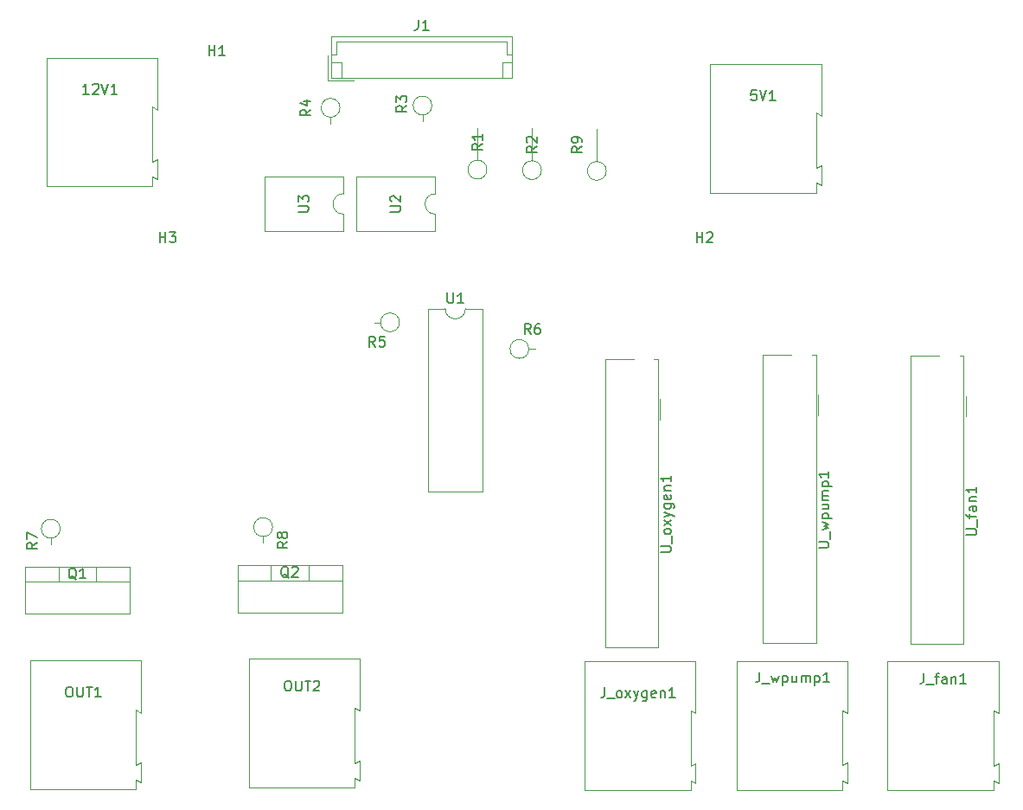
<source format=gbr>
%TF.GenerationSoftware,KiCad,Pcbnew,6.0.11+dfsg-1*%
%TF.CreationDate,2023-03-13T21:47:27-05:00*%
%TF.ProjectId,power_control,706f7765-725f-4636-9f6e-74726f6c2e6b,rev?*%
%TF.SameCoordinates,Original*%
%TF.FileFunction,Legend,Top*%
%TF.FilePolarity,Positive*%
%FSLAX46Y46*%
G04 Gerber Fmt 4.6, Leading zero omitted, Abs format (unit mm)*
G04 Created by KiCad (PCBNEW 6.0.11+dfsg-1) date 2023-03-13 21:47:27*
%MOMM*%
%LPD*%
G01*
G04 APERTURE LIST*
%ADD10C,0.150000*%
%ADD11C,0.120000*%
G04 APERTURE END LIST*
D10*
%TO.C,U_fan1*%
X199235380Y-89799333D02*
X200044904Y-89799333D01*
X200140142Y-89751714D01*
X200187761Y-89704095D01*
X200235380Y-89608857D01*
X200235380Y-89418380D01*
X200187761Y-89323142D01*
X200140142Y-89275523D01*
X200044904Y-89227904D01*
X199235380Y-89227904D01*
X200330619Y-88989809D02*
X200330619Y-88227904D01*
X199568714Y-88132666D02*
X199568714Y-87751714D01*
X200235380Y-87989809D02*
X199378238Y-87989809D01*
X199283000Y-87942190D01*
X199235380Y-87846952D01*
X199235380Y-87751714D01*
X200235380Y-86989809D02*
X199711571Y-86989809D01*
X199616333Y-87037428D01*
X199568714Y-87132666D01*
X199568714Y-87323142D01*
X199616333Y-87418380D01*
X200187761Y-86989809D02*
X200235380Y-87085047D01*
X200235380Y-87323142D01*
X200187761Y-87418380D01*
X200092523Y-87466000D01*
X199997285Y-87466000D01*
X199902047Y-87418380D01*
X199854428Y-87323142D01*
X199854428Y-87085047D01*
X199806809Y-86989809D01*
X199568714Y-86513619D02*
X200235380Y-86513619D01*
X199663952Y-86513619D02*
X199616333Y-86466000D01*
X199568714Y-86370761D01*
X199568714Y-86227904D01*
X199616333Y-86132666D01*
X199711571Y-86085047D01*
X200235380Y-86085047D01*
X200235380Y-85085047D02*
X200235380Y-85656476D01*
X200235380Y-85370761D02*
X199235380Y-85370761D01*
X199378238Y-85466000D01*
X199473476Y-85561238D01*
X199521095Y-85656476D01*
%TO.C,R9*%
X161600380Y-51805666D02*
X161124190Y-52139000D01*
X161600380Y-52377095D02*
X160600380Y-52377095D01*
X160600380Y-51996142D01*
X160648000Y-51900904D01*
X160695619Y-51853285D01*
X160790857Y-51805666D01*
X160933714Y-51805666D01*
X161028952Y-51853285D01*
X161076571Y-51900904D01*
X161124190Y-51996142D01*
X161124190Y-52377095D01*
X161600380Y-51329476D02*
X161600380Y-51139000D01*
X161552761Y-51043761D01*
X161505142Y-50996142D01*
X161362285Y-50900904D01*
X161171809Y-50853285D01*
X160790857Y-50853285D01*
X160695619Y-50900904D01*
X160648000Y-50948523D01*
X160600380Y-51043761D01*
X160600380Y-51234238D01*
X160648000Y-51329476D01*
X160695619Y-51377095D01*
X160790857Y-51424714D01*
X161028952Y-51424714D01*
X161124190Y-51377095D01*
X161171809Y-51329476D01*
X161219428Y-51234238D01*
X161219428Y-51043761D01*
X161171809Y-50948523D01*
X161124190Y-50900904D01*
X161028952Y-50853285D01*
%TO.C,J_fan1*%
X195072238Y-103338380D02*
X195072238Y-104052666D01*
X195024619Y-104195523D01*
X194929380Y-104290761D01*
X194786523Y-104338380D01*
X194691285Y-104338380D01*
X195310333Y-104433619D02*
X196072238Y-104433619D01*
X196167476Y-103671714D02*
X196548428Y-103671714D01*
X196310333Y-104338380D02*
X196310333Y-103481238D01*
X196357952Y-103386000D01*
X196453190Y-103338380D01*
X196548428Y-103338380D01*
X197310333Y-104338380D02*
X197310333Y-103814571D01*
X197262714Y-103719333D01*
X197167476Y-103671714D01*
X196977000Y-103671714D01*
X196881761Y-103719333D01*
X197310333Y-104290761D02*
X197215095Y-104338380D01*
X196977000Y-104338380D01*
X196881761Y-104290761D01*
X196834142Y-104195523D01*
X196834142Y-104100285D01*
X196881761Y-104005047D01*
X196977000Y-103957428D01*
X197215095Y-103957428D01*
X197310333Y-103909809D01*
X197786523Y-103671714D02*
X197786523Y-104338380D01*
X197786523Y-103766952D02*
X197834142Y-103719333D01*
X197929380Y-103671714D01*
X198072238Y-103671714D01*
X198167476Y-103719333D01*
X198215095Y-103814571D01*
X198215095Y-104338380D01*
X199215095Y-104338380D02*
X198643666Y-104338380D01*
X198929380Y-104338380D02*
X198929380Y-103338380D01*
X198834142Y-103481238D01*
X198738904Y-103576476D01*
X198643666Y-103624095D01*
%TO.C,J1*%
X145589666Y-39405380D02*
X145589666Y-40119666D01*
X145542047Y-40262523D01*
X145446809Y-40357761D01*
X145303952Y-40405380D01*
X145208714Y-40405380D01*
X146589666Y-40405380D02*
X146018238Y-40405380D01*
X146303952Y-40405380D02*
X146303952Y-39405380D01*
X146208714Y-39548238D01*
X146113476Y-39643476D01*
X146018238Y-39691095D01*
%TO.C,Q1*%
X112104761Y-94147619D02*
X112009523Y-94100000D01*
X111914285Y-94004761D01*
X111771428Y-93861904D01*
X111676190Y-93814285D01*
X111580952Y-93814285D01*
X111628571Y-94052380D02*
X111533333Y-94004761D01*
X111438095Y-93909523D01*
X111390476Y-93719047D01*
X111390476Y-93385714D01*
X111438095Y-93195238D01*
X111533333Y-93100000D01*
X111628571Y-93052380D01*
X111819047Y-93052380D01*
X111914285Y-93100000D01*
X112009523Y-93195238D01*
X112057142Y-93385714D01*
X112057142Y-93719047D01*
X112009523Y-93909523D01*
X111914285Y-94004761D01*
X111819047Y-94052380D01*
X111628571Y-94052380D01*
X113009523Y-94052380D02*
X112438095Y-94052380D01*
X112723809Y-94052380D02*
X112723809Y-93052380D01*
X112628571Y-93195238D01*
X112533333Y-93290476D01*
X112438095Y-93338095D01*
%TO.C,U2*%
X142852380Y-58161904D02*
X143661904Y-58161904D01*
X143757142Y-58114285D01*
X143804761Y-58066666D01*
X143852380Y-57971428D01*
X143852380Y-57780952D01*
X143804761Y-57685714D01*
X143757142Y-57638095D01*
X143661904Y-57590476D01*
X142852380Y-57590476D01*
X142947619Y-57161904D02*
X142900000Y-57114285D01*
X142852380Y-57019047D01*
X142852380Y-56780952D01*
X142900000Y-56685714D01*
X142947619Y-56638095D01*
X143042857Y-56590476D01*
X143138095Y-56590476D01*
X143280952Y-56638095D01*
X143852380Y-57209523D01*
X143852380Y-56590476D01*
%TO.C,J_wpump1*%
X178983095Y-103211380D02*
X178983095Y-103925666D01*
X178935476Y-104068523D01*
X178840238Y-104163761D01*
X178697380Y-104211380D01*
X178602142Y-104211380D01*
X179221190Y-104306619D02*
X179983095Y-104306619D01*
X180125952Y-103544714D02*
X180316428Y-104211380D01*
X180506904Y-103735190D01*
X180697380Y-104211380D01*
X180887857Y-103544714D01*
X181268809Y-103544714D02*
X181268809Y-104544714D01*
X181268809Y-103592333D02*
X181364047Y-103544714D01*
X181554523Y-103544714D01*
X181649761Y-103592333D01*
X181697380Y-103639952D01*
X181745000Y-103735190D01*
X181745000Y-104020904D01*
X181697380Y-104116142D01*
X181649761Y-104163761D01*
X181554523Y-104211380D01*
X181364047Y-104211380D01*
X181268809Y-104163761D01*
X182602142Y-103544714D02*
X182602142Y-104211380D01*
X182173571Y-103544714D02*
X182173571Y-104068523D01*
X182221190Y-104163761D01*
X182316428Y-104211380D01*
X182459285Y-104211380D01*
X182554523Y-104163761D01*
X182602142Y-104116142D01*
X183078333Y-104211380D02*
X183078333Y-103544714D01*
X183078333Y-103639952D02*
X183125952Y-103592333D01*
X183221190Y-103544714D01*
X183364047Y-103544714D01*
X183459285Y-103592333D01*
X183506904Y-103687571D01*
X183506904Y-104211380D01*
X183506904Y-103687571D02*
X183554523Y-103592333D01*
X183649761Y-103544714D01*
X183792619Y-103544714D01*
X183887857Y-103592333D01*
X183935476Y-103687571D01*
X183935476Y-104211380D01*
X184411666Y-103544714D02*
X184411666Y-104544714D01*
X184411666Y-103592333D02*
X184506904Y-103544714D01*
X184697380Y-103544714D01*
X184792619Y-103592333D01*
X184840238Y-103639952D01*
X184887857Y-103735190D01*
X184887857Y-104020904D01*
X184840238Y-104116142D01*
X184792619Y-104163761D01*
X184697380Y-104211380D01*
X184506904Y-104211380D01*
X184411666Y-104163761D01*
X185840238Y-104211380D02*
X185268809Y-104211380D01*
X185554523Y-104211380D02*
X185554523Y-103211380D01*
X185459285Y-103354238D01*
X185364047Y-103449476D01*
X185268809Y-103497095D01*
%TO.C,R2*%
X157170380Y-51768666D02*
X156694190Y-52102000D01*
X157170380Y-52340095D02*
X156170380Y-52340095D01*
X156170380Y-51959142D01*
X156218000Y-51863904D01*
X156265619Y-51816285D01*
X156360857Y-51768666D01*
X156503714Y-51768666D01*
X156598952Y-51816285D01*
X156646571Y-51863904D01*
X156694190Y-51959142D01*
X156694190Y-52340095D01*
X156265619Y-51387714D02*
X156218000Y-51340095D01*
X156170380Y-51244857D01*
X156170380Y-51006761D01*
X156218000Y-50911523D01*
X156265619Y-50863904D01*
X156360857Y-50816285D01*
X156456095Y-50816285D01*
X156598952Y-50863904D01*
X157170380Y-51435333D01*
X157170380Y-50816285D01*
%TO.C,H2*%
X172847095Y-61168380D02*
X172847095Y-60168380D01*
X172847095Y-60644571D02*
X173418523Y-60644571D01*
X173418523Y-61168380D02*
X173418523Y-60168380D01*
X173847095Y-60263619D02*
X173894714Y-60216000D01*
X173989952Y-60168380D01*
X174228047Y-60168380D01*
X174323285Y-60216000D01*
X174370904Y-60263619D01*
X174418523Y-60358857D01*
X174418523Y-60454095D01*
X174370904Y-60596952D01*
X173799476Y-61168380D01*
X174418523Y-61168380D01*
%TO.C,U3*%
X133852380Y-58161904D02*
X134661904Y-58161904D01*
X134757142Y-58114285D01*
X134804761Y-58066666D01*
X134852380Y-57971428D01*
X134852380Y-57780952D01*
X134804761Y-57685714D01*
X134757142Y-57638095D01*
X134661904Y-57590476D01*
X133852380Y-57590476D01*
X133852380Y-57209523D02*
X133852380Y-56590476D01*
X134233333Y-56923809D01*
X134233333Y-56780952D01*
X134280952Y-56685714D01*
X134328571Y-56638095D01*
X134423809Y-56590476D01*
X134661904Y-56590476D01*
X134757142Y-56638095D01*
X134804761Y-56685714D01*
X134852380Y-56780952D01*
X134852380Y-57066666D01*
X134804761Y-57161904D01*
X134757142Y-57209523D01*
%TO.C,R3*%
X144452380Y-47786666D02*
X143976190Y-48120000D01*
X144452380Y-48358095D02*
X143452380Y-48358095D01*
X143452380Y-47977142D01*
X143500000Y-47881904D01*
X143547619Y-47834285D01*
X143642857Y-47786666D01*
X143785714Y-47786666D01*
X143880952Y-47834285D01*
X143928571Y-47881904D01*
X143976190Y-47977142D01*
X143976190Y-48358095D01*
X143452380Y-47453333D02*
X143452380Y-46834285D01*
X143833333Y-47167619D01*
X143833333Y-47024761D01*
X143880952Y-46929523D01*
X143928571Y-46881904D01*
X144023809Y-46834285D01*
X144261904Y-46834285D01*
X144357142Y-46881904D01*
X144404761Y-46929523D01*
X144452380Y-47024761D01*
X144452380Y-47310476D01*
X144404761Y-47405714D01*
X144357142Y-47453333D01*
%TO.C,U_wpump1*%
X184786380Y-91029476D02*
X185595904Y-91029476D01*
X185691142Y-90981857D01*
X185738761Y-90934238D01*
X185786380Y-90839000D01*
X185786380Y-90648523D01*
X185738761Y-90553285D01*
X185691142Y-90505666D01*
X185595904Y-90458047D01*
X184786380Y-90458047D01*
X185881619Y-90219952D02*
X185881619Y-89458047D01*
X185119714Y-89315190D02*
X185786380Y-89124714D01*
X185310190Y-88934238D01*
X185786380Y-88743761D01*
X185119714Y-88553285D01*
X185119714Y-88172333D02*
X186119714Y-88172333D01*
X185167333Y-88172333D02*
X185119714Y-88077095D01*
X185119714Y-87886619D01*
X185167333Y-87791380D01*
X185214952Y-87743761D01*
X185310190Y-87696142D01*
X185595904Y-87696142D01*
X185691142Y-87743761D01*
X185738761Y-87791380D01*
X185786380Y-87886619D01*
X185786380Y-88077095D01*
X185738761Y-88172333D01*
X185119714Y-86839000D02*
X185786380Y-86839000D01*
X185119714Y-87267571D02*
X185643523Y-87267571D01*
X185738761Y-87219952D01*
X185786380Y-87124714D01*
X185786380Y-86981857D01*
X185738761Y-86886619D01*
X185691142Y-86839000D01*
X185786380Y-86362809D02*
X185119714Y-86362809D01*
X185214952Y-86362809D02*
X185167333Y-86315190D01*
X185119714Y-86219952D01*
X185119714Y-86077095D01*
X185167333Y-85981857D01*
X185262571Y-85934238D01*
X185786380Y-85934238D01*
X185262571Y-85934238D02*
X185167333Y-85886619D01*
X185119714Y-85791380D01*
X185119714Y-85648523D01*
X185167333Y-85553285D01*
X185262571Y-85505666D01*
X185786380Y-85505666D01*
X185119714Y-85029476D02*
X186119714Y-85029476D01*
X185167333Y-85029476D02*
X185119714Y-84934238D01*
X185119714Y-84743761D01*
X185167333Y-84648523D01*
X185214952Y-84600904D01*
X185310190Y-84553285D01*
X185595904Y-84553285D01*
X185691142Y-84600904D01*
X185738761Y-84648523D01*
X185786380Y-84743761D01*
X185786380Y-84934238D01*
X185738761Y-85029476D01*
X185786380Y-83600904D02*
X185786380Y-84172333D01*
X185786380Y-83886619D02*
X184786380Y-83886619D01*
X184929238Y-83981857D01*
X185024476Y-84077095D01*
X185072095Y-84172333D01*
%TO.C,U1*%
X148448095Y-66097380D02*
X148448095Y-66906904D01*
X148495714Y-67002142D01*
X148543333Y-67049761D01*
X148638571Y-67097380D01*
X148829047Y-67097380D01*
X148924285Y-67049761D01*
X148971904Y-67002142D01*
X149019523Y-66906904D01*
X149019523Y-66097380D01*
X150019523Y-67097380D02*
X149448095Y-67097380D01*
X149733809Y-67097380D02*
X149733809Y-66097380D01*
X149638571Y-66240238D01*
X149543333Y-66335476D01*
X149448095Y-66383095D01*
%TO.C,OUT2*%
X132723809Y-104052380D02*
X132914285Y-104052380D01*
X133009523Y-104100000D01*
X133104761Y-104195238D01*
X133152380Y-104385714D01*
X133152380Y-104719047D01*
X133104761Y-104909523D01*
X133009523Y-105004761D01*
X132914285Y-105052380D01*
X132723809Y-105052380D01*
X132628571Y-105004761D01*
X132533333Y-104909523D01*
X132485714Y-104719047D01*
X132485714Y-104385714D01*
X132533333Y-104195238D01*
X132628571Y-104100000D01*
X132723809Y-104052380D01*
X133580952Y-104052380D02*
X133580952Y-104861904D01*
X133628571Y-104957142D01*
X133676190Y-105004761D01*
X133771428Y-105052380D01*
X133961904Y-105052380D01*
X134057142Y-105004761D01*
X134104761Y-104957142D01*
X134152380Y-104861904D01*
X134152380Y-104052380D01*
X134485714Y-104052380D02*
X135057142Y-104052380D01*
X134771428Y-105052380D02*
X134771428Y-104052380D01*
X135342857Y-104147619D02*
X135390476Y-104100000D01*
X135485714Y-104052380D01*
X135723809Y-104052380D01*
X135819047Y-104100000D01*
X135866666Y-104147619D01*
X135914285Y-104242857D01*
X135914285Y-104338095D01*
X135866666Y-104480952D01*
X135295238Y-105052380D01*
X135914285Y-105052380D01*
%TO.C,R6*%
X156593333Y-70132380D02*
X156260000Y-69656190D01*
X156021904Y-70132380D02*
X156021904Y-69132380D01*
X156402857Y-69132380D01*
X156498095Y-69180000D01*
X156545714Y-69227619D01*
X156593333Y-69322857D01*
X156593333Y-69465714D01*
X156545714Y-69560952D01*
X156498095Y-69608571D01*
X156402857Y-69656190D01*
X156021904Y-69656190D01*
X157450476Y-69132380D02*
X157260000Y-69132380D01*
X157164761Y-69180000D01*
X157117142Y-69227619D01*
X157021904Y-69370476D01*
X156974285Y-69560952D01*
X156974285Y-69941904D01*
X157021904Y-70037142D01*
X157069523Y-70084761D01*
X157164761Y-70132380D01*
X157355238Y-70132380D01*
X157450476Y-70084761D01*
X157498095Y-70037142D01*
X157545714Y-69941904D01*
X157545714Y-69703809D01*
X157498095Y-69608571D01*
X157450476Y-69560952D01*
X157355238Y-69513333D01*
X157164761Y-69513333D01*
X157069523Y-69560952D01*
X157021904Y-69608571D01*
X156974285Y-69703809D01*
%TO.C,Q2*%
X132904761Y-94002619D02*
X132809523Y-93955000D01*
X132714285Y-93859761D01*
X132571428Y-93716904D01*
X132476190Y-93669285D01*
X132380952Y-93669285D01*
X132428571Y-93907380D02*
X132333333Y-93859761D01*
X132238095Y-93764523D01*
X132190476Y-93574047D01*
X132190476Y-93240714D01*
X132238095Y-93050238D01*
X132333333Y-92955000D01*
X132428571Y-92907380D01*
X132619047Y-92907380D01*
X132714285Y-92955000D01*
X132809523Y-93050238D01*
X132857142Y-93240714D01*
X132857142Y-93574047D01*
X132809523Y-93764523D01*
X132714285Y-93859761D01*
X132619047Y-93907380D01*
X132428571Y-93907380D01*
X133238095Y-93002619D02*
X133285714Y-92955000D01*
X133380952Y-92907380D01*
X133619047Y-92907380D01*
X133714285Y-92955000D01*
X133761904Y-93002619D01*
X133809523Y-93097857D01*
X133809523Y-93193095D01*
X133761904Y-93335952D01*
X133190476Y-93907380D01*
X133809523Y-93907380D01*
%TO.C,R1*%
X151836380Y-51528666D02*
X151360190Y-51862000D01*
X151836380Y-52100095D02*
X150836380Y-52100095D01*
X150836380Y-51719142D01*
X150884000Y-51623904D01*
X150931619Y-51576285D01*
X151026857Y-51528666D01*
X151169714Y-51528666D01*
X151264952Y-51576285D01*
X151312571Y-51623904D01*
X151360190Y-51719142D01*
X151360190Y-52100095D01*
X151836380Y-50576285D02*
X151836380Y-51147714D01*
X151836380Y-50862000D02*
X150836380Y-50862000D01*
X150979238Y-50957238D01*
X151074476Y-51052476D01*
X151122095Y-51147714D01*
%TO.C,H1*%
X125095095Y-42880380D02*
X125095095Y-41880380D01*
X125095095Y-42356571D02*
X125666523Y-42356571D01*
X125666523Y-42880380D02*
X125666523Y-41880380D01*
X126666523Y-42880380D02*
X126095095Y-42880380D01*
X126380809Y-42880380D02*
X126380809Y-41880380D01*
X126285571Y-42023238D01*
X126190333Y-42118476D01*
X126095095Y-42166095D01*
%TO.C,R7*%
X108252380Y-90566666D02*
X107776190Y-90900000D01*
X108252380Y-91138095D02*
X107252380Y-91138095D01*
X107252380Y-90757142D01*
X107300000Y-90661904D01*
X107347619Y-90614285D01*
X107442857Y-90566666D01*
X107585714Y-90566666D01*
X107680952Y-90614285D01*
X107728571Y-90661904D01*
X107776190Y-90757142D01*
X107776190Y-91138095D01*
X107252380Y-90233333D02*
X107252380Y-89566666D01*
X108252380Y-89995238D01*
%TO.C,H3*%
X120269095Y-61168380D02*
X120269095Y-60168380D01*
X120269095Y-60644571D02*
X120840523Y-60644571D01*
X120840523Y-61168380D02*
X120840523Y-60168380D01*
X121221476Y-60168380D02*
X121840523Y-60168380D01*
X121507190Y-60549333D01*
X121650047Y-60549333D01*
X121745285Y-60596952D01*
X121792904Y-60644571D01*
X121840523Y-60739809D01*
X121840523Y-60977904D01*
X121792904Y-61073142D01*
X121745285Y-61120761D01*
X121650047Y-61168380D01*
X121364333Y-61168380D01*
X121269095Y-61120761D01*
X121221476Y-61073142D01*
%TO.C,5V1*%
X178683333Y-46282380D02*
X178207142Y-46282380D01*
X178159523Y-46758571D01*
X178207142Y-46710952D01*
X178302380Y-46663333D01*
X178540476Y-46663333D01*
X178635714Y-46710952D01*
X178683333Y-46758571D01*
X178730952Y-46853809D01*
X178730952Y-47091904D01*
X178683333Y-47187142D01*
X178635714Y-47234761D01*
X178540476Y-47282380D01*
X178302380Y-47282380D01*
X178207142Y-47234761D01*
X178159523Y-47187142D01*
X179016666Y-46282380D02*
X179350000Y-47282380D01*
X179683333Y-46282380D01*
X180540476Y-47282380D02*
X179969047Y-47282380D01*
X180254761Y-47282380D02*
X180254761Y-46282380D01*
X180159523Y-46425238D01*
X180064285Y-46520476D01*
X179969047Y-46568095D01*
%TO.C,R5*%
X141383333Y-71372380D02*
X141050000Y-70896190D01*
X140811904Y-71372380D02*
X140811904Y-70372380D01*
X141192857Y-70372380D01*
X141288095Y-70420000D01*
X141335714Y-70467619D01*
X141383333Y-70562857D01*
X141383333Y-70705714D01*
X141335714Y-70800952D01*
X141288095Y-70848571D01*
X141192857Y-70896190D01*
X140811904Y-70896190D01*
X142288095Y-70372380D02*
X141811904Y-70372380D01*
X141764285Y-70848571D01*
X141811904Y-70800952D01*
X141907142Y-70753333D01*
X142145238Y-70753333D01*
X142240476Y-70800952D01*
X142288095Y-70848571D01*
X142335714Y-70943809D01*
X142335714Y-71181904D01*
X142288095Y-71277142D01*
X142240476Y-71324761D01*
X142145238Y-71372380D01*
X141907142Y-71372380D01*
X141811904Y-71324761D01*
X141764285Y-71277142D01*
%TO.C,12V1*%
X113339761Y-46652380D02*
X112768333Y-46652380D01*
X113054047Y-46652380D02*
X113054047Y-45652380D01*
X112958809Y-45795238D01*
X112863571Y-45890476D01*
X112768333Y-45938095D01*
X113720714Y-45747619D02*
X113768333Y-45700000D01*
X113863571Y-45652380D01*
X114101666Y-45652380D01*
X114196904Y-45700000D01*
X114244523Y-45747619D01*
X114292142Y-45842857D01*
X114292142Y-45938095D01*
X114244523Y-46080952D01*
X113673095Y-46652380D01*
X114292142Y-46652380D01*
X114577857Y-45652380D02*
X114911190Y-46652380D01*
X115244523Y-45652380D01*
X116101666Y-46652380D02*
X115530238Y-46652380D01*
X115815952Y-46652380D02*
X115815952Y-45652380D01*
X115720714Y-45795238D01*
X115625476Y-45890476D01*
X115530238Y-45938095D01*
%TO.C,J_oxygen1*%
X163824285Y-104710380D02*
X163824285Y-105424666D01*
X163776666Y-105567523D01*
X163681428Y-105662761D01*
X163538571Y-105710380D01*
X163443333Y-105710380D01*
X164062380Y-105805619D02*
X164824285Y-105805619D01*
X165205238Y-105710380D02*
X165110000Y-105662761D01*
X165062380Y-105615142D01*
X165014761Y-105519904D01*
X165014761Y-105234190D01*
X165062380Y-105138952D01*
X165110000Y-105091333D01*
X165205238Y-105043714D01*
X165348095Y-105043714D01*
X165443333Y-105091333D01*
X165490952Y-105138952D01*
X165538571Y-105234190D01*
X165538571Y-105519904D01*
X165490952Y-105615142D01*
X165443333Y-105662761D01*
X165348095Y-105710380D01*
X165205238Y-105710380D01*
X165871904Y-105710380D02*
X166395714Y-105043714D01*
X165871904Y-105043714D02*
X166395714Y-105710380D01*
X166681428Y-105043714D02*
X166919523Y-105710380D01*
X167157619Y-105043714D02*
X166919523Y-105710380D01*
X166824285Y-105948476D01*
X166776666Y-105996095D01*
X166681428Y-106043714D01*
X167967142Y-105043714D02*
X167967142Y-105853238D01*
X167919523Y-105948476D01*
X167871904Y-105996095D01*
X167776666Y-106043714D01*
X167633809Y-106043714D01*
X167538571Y-105996095D01*
X167967142Y-105662761D02*
X167871904Y-105710380D01*
X167681428Y-105710380D01*
X167586190Y-105662761D01*
X167538571Y-105615142D01*
X167490952Y-105519904D01*
X167490952Y-105234190D01*
X167538571Y-105138952D01*
X167586190Y-105091333D01*
X167681428Y-105043714D01*
X167871904Y-105043714D01*
X167967142Y-105091333D01*
X168824285Y-105662761D02*
X168729047Y-105710380D01*
X168538571Y-105710380D01*
X168443333Y-105662761D01*
X168395714Y-105567523D01*
X168395714Y-105186571D01*
X168443333Y-105091333D01*
X168538571Y-105043714D01*
X168729047Y-105043714D01*
X168824285Y-105091333D01*
X168871904Y-105186571D01*
X168871904Y-105281809D01*
X168395714Y-105377047D01*
X169300476Y-105043714D02*
X169300476Y-105710380D01*
X169300476Y-105138952D02*
X169348095Y-105091333D01*
X169443333Y-105043714D01*
X169586190Y-105043714D01*
X169681428Y-105091333D01*
X169729047Y-105186571D01*
X169729047Y-105710380D01*
X170729047Y-105710380D02*
X170157619Y-105710380D01*
X170443333Y-105710380D02*
X170443333Y-104710380D01*
X170348095Y-104853238D01*
X170252857Y-104948476D01*
X170157619Y-104996095D01*
%TO.C,R8*%
X132772380Y-90471666D02*
X132296190Y-90805000D01*
X132772380Y-91043095D02*
X131772380Y-91043095D01*
X131772380Y-90662142D01*
X131820000Y-90566904D01*
X131867619Y-90519285D01*
X131962857Y-90471666D01*
X132105714Y-90471666D01*
X132200952Y-90519285D01*
X132248571Y-90566904D01*
X132296190Y-90662142D01*
X132296190Y-91043095D01*
X132200952Y-89900238D02*
X132153333Y-89995476D01*
X132105714Y-90043095D01*
X132010476Y-90090714D01*
X131962857Y-90090714D01*
X131867619Y-90043095D01*
X131820000Y-89995476D01*
X131772380Y-89900238D01*
X131772380Y-89709761D01*
X131820000Y-89614523D01*
X131867619Y-89566904D01*
X131962857Y-89519285D01*
X132010476Y-89519285D01*
X132105714Y-89566904D01*
X132153333Y-89614523D01*
X132200952Y-89709761D01*
X132200952Y-89900238D01*
X132248571Y-89995476D01*
X132296190Y-90043095D01*
X132391428Y-90090714D01*
X132581904Y-90090714D01*
X132677142Y-90043095D01*
X132724761Y-89995476D01*
X132772380Y-89900238D01*
X132772380Y-89709761D01*
X132724761Y-89614523D01*
X132677142Y-89566904D01*
X132581904Y-89519285D01*
X132391428Y-89519285D01*
X132296190Y-89566904D01*
X132248571Y-89614523D01*
X132200952Y-89709761D01*
%TO.C,OUT1*%
X111323809Y-104652380D02*
X111514285Y-104652380D01*
X111609523Y-104700000D01*
X111704761Y-104795238D01*
X111752380Y-104985714D01*
X111752380Y-105319047D01*
X111704761Y-105509523D01*
X111609523Y-105604761D01*
X111514285Y-105652380D01*
X111323809Y-105652380D01*
X111228571Y-105604761D01*
X111133333Y-105509523D01*
X111085714Y-105319047D01*
X111085714Y-104985714D01*
X111133333Y-104795238D01*
X111228571Y-104700000D01*
X111323809Y-104652380D01*
X112180952Y-104652380D02*
X112180952Y-105461904D01*
X112228571Y-105557142D01*
X112276190Y-105604761D01*
X112371428Y-105652380D01*
X112561904Y-105652380D01*
X112657142Y-105604761D01*
X112704761Y-105557142D01*
X112752380Y-105461904D01*
X112752380Y-104652380D01*
X113085714Y-104652380D02*
X113657142Y-104652380D01*
X113371428Y-105652380D02*
X113371428Y-104652380D01*
X114514285Y-105652380D02*
X113942857Y-105652380D01*
X114228571Y-105652380D02*
X114228571Y-104652380D01*
X114133333Y-104795238D01*
X114038095Y-104890476D01*
X113942857Y-104938095D01*
%TO.C,U_oxygen1*%
X169319880Y-91472285D02*
X170129404Y-91472285D01*
X170224642Y-91424666D01*
X170272261Y-91377047D01*
X170319880Y-91281809D01*
X170319880Y-91091333D01*
X170272261Y-90996095D01*
X170224642Y-90948476D01*
X170129404Y-90900857D01*
X169319880Y-90900857D01*
X170415119Y-90662761D02*
X170415119Y-89900857D01*
X170319880Y-89519904D02*
X170272261Y-89615142D01*
X170224642Y-89662761D01*
X170129404Y-89710380D01*
X169843690Y-89710380D01*
X169748452Y-89662761D01*
X169700833Y-89615142D01*
X169653214Y-89519904D01*
X169653214Y-89377047D01*
X169700833Y-89281809D01*
X169748452Y-89234190D01*
X169843690Y-89186571D01*
X170129404Y-89186571D01*
X170224642Y-89234190D01*
X170272261Y-89281809D01*
X170319880Y-89377047D01*
X170319880Y-89519904D01*
X170319880Y-88853238D02*
X169653214Y-88329428D01*
X169653214Y-88853238D02*
X170319880Y-88329428D01*
X169653214Y-88043714D02*
X170319880Y-87805619D01*
X169653214Y-87567523D02*
X170319880Y-87805619D01*
X170557976Y-87900857D01*
X170605595Y-87948476D01*
X170653214Y-88043714D01*
X169653214Y-86758000D02*
X170462738Y-86758000D01*
X170557976Y-86805619D01*
X170605595Y-86853238D01*
X170653214Y-86948476D01*
X170653214Y-87091333D01*
X170605595Y-87186571D01*
X170272261Y-86758000D02*
X170319880Y-86853238D01*
X170319880Y-87043714D01*
X170272261Y-87138952D01*
X170224642Y-87186571D01*
X170129404Y-87234190D01*
X169843690Y-87234190D01*
X169748452Y-87186571D01*
X169700833Y-87138952D01*
X169653214Y-87043714D01*
X169653214Y-86853238D01*
X169700833Y-86758000D01*
X170272261Y-85900857D02*
X170319880Y-85996095D01*
X170319880Y-86186571D01*
X170272261Y-86281809D01*
X170177023Y-86329428D01*
X169796071Y-86329428D01*
X169700833Y-86281809D01*
X169653214Y-86186571D01*
X169653214Y-85996095D01*
X169700833Y-85900857D01*
X169796071Y-85853238D01*
X169891309Y-85853238D01*
X169986547Y-86329428D01*
X169653214Y-85424666D02*
X170319880Y-85424666D01*
X169748452Y-85424666D02*
X169700833Y-85377047D01*
X169653214Y-85281809D01*
X169653214Y-85138952D01*
X169700833Y-85043714D01*
X169796071Y-84996095D01*
X170319880Y-84996095D01*
X170319880Y-83996095D02*
X170319880Y-84567523D01*
X170319880Y-84281809D02*
X169319880Y-84281809D01*
X169462738Y-84377047D01*
X169557976Y-84472285D01*
X169605595Y-84567523D01*
%TO.C,R4*%
X135052380Y-48186666D02*
X134576190Y-48520000D01*
X135052380Y-48758095D02*
X134052380Y-48758095D01*
X134052380Y-48377142D01*
X134100000Y-48281904D01*
X134147619Y-48234285D01*
X134242857Y-48186666D01*
X134385714Y-48186666D01*
X134480952Y-48234285D01*
X134528571Y-48281904D01*
X134576190Y-48377142D01*
X134576190Y-48758095D01*
X134385714Y-47329523D02*
X135052380Y-47329523D01*
X134004761Y-47567619D02*
X134719047Y-47805714D01*
X134719047Y-47186666D01*
D11*
%TO.C,U_fan1*%
X198983000Y-100466000D02*
X193783000Y-100466000D01*
X199183000Y-78216000D02*
X199183000Y-76216000D01*
X198983000Y-72266000D02*
X198583000Y-72266000D01*
X193783000Y-100466000D02*
X193783000Y-72266000D01*
X198983000Y-72266000D02*
X198983000Y-100466000D01*
X193783000Y-72266000D02*
X196583000Y-72266000D01*
%TO.C,R9*%
X163068000Y-53259000D02*
X163068000Y-50099000D01*
X163988000Y-54179000D02*
G75*
G03*
X163988000Y-54179000I-920000J0D01*
G01*
%TO.C,J_fan1*%
X202383000Y-114058000D02*
X202383000Y-112158000D01*
X201883000Y-114758000D02*
X201883000Y-113808000D01*
X201883000Y-106958000D02*
X202383000Y-107258000D01*
X201883000Y-113808000D02*
X202383000Y-114058000D01*
X201883000Y-112358000D02*
X201883000Y-106958000D01*
X191533000Y-102158000D02*
X191533000Y-114758000D01*
X202383000Y-102158000D02*
X191533000Y-102158000D01*
X202383000Y-107258000D02*
X202383000Y-102158000D01*
X202383000Y-112158000D02*
X202383000Y-112108000D01*
X191533000Y-114758000D02*
X201883000Y-114758000D01*
X202383000Y-112108000D02*
X201883000Y-112358000D01*
%TO.C,J1*%
X137563000Y-41543000D02*
X154283000Y-41543000D01*
X154283000Y-41543000D02*
X154283000Y-42753000D01*
X154283000Y-42753000D02*
X154783000Y-42753000D01*
X137563000Y-42753000D02*
X137563000Y-41543000D01*
X137063000Y-45063000D02*
X154783000Y-45063000D01*
X138063000Y-43563000D02*
X138063000Y-45063000D01*
X154783000Y-41043000D02*
X137063000Y-41043000D01*
X154783000Y-43563000D02*
X153783000Y-43563000D01*
X137063000Y-41043000D02*
X137063000Y-45063000D01*
X137063000Y-43563000D02*
X138063000Y-43563000D01*
X154783000Y-45063000D02*
X154783000Y-41043000D01*
X153783000Y-43563000D02*
X153783000Y-45063000D01*
X136763000Y-45363000D02*
X139263000Y-45363000D01*
X136763000Y-42863000D02*
X136763000Y-45363000D01*
X137063000Y-42753000D02*
X137563000Y-42753000D01*
%TO.C,Q1*%
X107080000Y-94385000D02*
X117320000Y-94385000D01*
X107080000Y-92875000D02*
X117320000Y-92875000D01*
X107080000Y-97516000D02*
X117320000Y-97516000D01*
X107080000Y-92875000D02*
X107080000Y-97516000D01*
X110350000Y-92875000D02*
X110350000Y-94385000D01*
X117320000Y-92875000D02*
X117320000Y-97516000D01*
X114051000Y-92875000D02*
X114051000Y-94385000D01*
%TO.C,U2*%
X147255000Y-56410000D02*
G75*
G03*
X147255000Y-58410000I0J-1000000D01*
G01*
X147255000Y-54760000D02*
X139515000Y-54760000D01*
X147255000Y-60060000D02*
X147255000Y-58410000D01*
X147255000Y-56410000D02*
X147255000Y-54760000D01*
X139515000Y-54760000D02*
X139515000Y-60060000D01*
X139515000Y-60060000D02*
X147255000Y-60060000D01*
%TO.C,J_wpump1*%
X187111500Y-113789000D02*
X187611500Y-114039000D01*
X187611500Y-107239000D02*
X187611500Y-102139000D01*
X187611500Y-112089000D02*
X187111500Y-112339000D01*
X187111500Y-106939000D02*
X187611500Y-107239000D01*
X187611500Y-112139000D02*
X187611500Y-112089000D01*
X176761500Y-114739000D02*
X187111500Y-114739000D01*
X187111500Y-114739000D02*
X187111500Y-113789000D01*
X187111500Y-112339000D02*
X187111500Y-106939000D01*
X187611500Y-114039000D02*
X187611500Y-112139000D01*
X187611500Y-102139000D02*
X176761500Y-102139000D01*
X176761500Y-102139000D02*
X176761500Y-114739000D01*
%TO.C,R2*%
X156718000Y-53182000D02*
X156718000Y-50022000D01*
X157638000Y-54102000D02*
G75*
G03*
X157638000Y-54102000I-920000J0D01*
G01*
%TO.C,U3*%
X138255000Y-56410000D02*
G75*
G03*
X138255000Y-58410000I0J-1000000D01*
G01*
X138255000Y-56410000D02*
X138255000Y-54760000D01*
X130515000Y-60060000D02*
X138255000Y-60060000D01*
X138255000Y-60060000D02*
X138255000Y-58410000D01*
X130515000Y-54760000D02*
X130515000Y-60060000D01*
X138255000Y-54760000D02*
X130515000Y-54760000D01*
%TO.C,R3*%
X146000000Y-48700000D02*
X146000000Y-49320000D01*
X146920000Y-47780000D02*
G75*
G03*
X146920000Y-47780000I-920000J0D01*
G01*
%TO.C,U_wpump1*%
X179334000Y-100339000D02*
X179334000Y-72139000D01*
X184534000Y-72139000D02*
X184134000Y-72139000D01*
X184734000Y-78089000D02*
X184734000Y-76089000D01*
X184534000Y-100339000D02*
X179334000Y-100339000D01*
X184534000Y-72139000D02*
X184534000Y-100339000D01*
X179334000Y-72139000D02*
X182134000Y-72139000D01*
%TO.C,U1*%
X151860000Y-85545000D02*
X151860000Y-67645000D01*
X146560000Y-67645000D02*
X146560000Y-85545000D01*
X146560000Y-85545000D02*
X151860000Y-85545000D01*
X148210000Y-67645000D02*
X146560000Y-67645000D01*
X151860000Y-67645000D02*
X150210000Y-67645000D01*
X148210000Y-67645000D02*
G75*
G03*
X150210000Y-67645000I1000000J0D01*
G01*
%TO.C,OUT2*%
X139835000Y-107000000D02*
X139835000Y-101900000D01*
X139335000Y-113550000D02*
X139835000Y-113800000D01*
X139335000Y-112100000D02*
X139335000Y-106700000D01*
X139335000Y-114500000D02*
X139335000Y-113550000D01*
X139835000Y-113800000D02*
X139835000Y-111900000D01*
X128985000Y-114500000D02*
X139335000Y-114500000D01*
X128985000Y-101900000D02*
X128985000Y-114500000D01*
X139835000Y-111900000D02*
X139835000Y-111850000D01*
X139835000Y-111850000D02*
X139335000Y-112100000D01*
X139835000Y-101900000D02*
X128985000Y-101900000D01*
X139335000Y-106700000D02*
X139835000Y-107000000D01*
%TO.C,R6*%
X156410000Y-71600000D02*
X157030000Y-71600000D01*
X156410000Y-71600000D02*
G75*
G03*
X156410000Y-71600000I-920000J0D01*
G01*
%TO.C,Q2*%
X127880000Y-92730000D02*
X138120000Y-92730000D01*
X134851000Y-92730000D02*
X134851000Y-94240000D01*
X127880000Y-92730000D02*
X127880000Y-97371000D01*
X127880000Y-97371000D02*
X138120000Y-97371000D01*
X127880000Y-94240000D02*
X138120000Y-94240000D01*
X131150000Y-92730000D02*
X131150000Y-94240000D01*
X138120000Y-92730000D02*
X138120000Y-97371000D01*
%TO.C,R1*%
X151384000Y-53132000D02*
X151384000Y-49972000D01*
X152304000Y-54052000D02*
G75*
G03*
X152304000Y-54052000I-920000J0D01*
G01*
%TO.C,R7*%
X109600000Y-90100000D02*
X109600000Y-90720000D01*
X110520000Y-89180000D02*
G75*
G03*
X110520000Y-89180000I-920000J0D01*
G01*
%TO.C,5V1*%
X185035000Y-53700000D02*
X185035000Y-53650000D01*
X174185000Y-56300000D02*
X184535000Y-56300000D01*
X185035000Y-55600000D02*
X185035000Y-53700000D01*
X184535000Y-53900000D02*
X184535000Y-48500000D01*
X184535000Y-56300000D02*
X184535000Y-55350000D01*
X184535000Y-55350000D02*
X185035000Y-55600000D01*
X174185000Y-43700000D02*
X174185000Y-56300000D01*
X185035000Y-43700000D02*
X174185000Y-43700000D01*
X185035000Y-53650000D02*
X184535000Y-53900000D01*
X185035000Y-48800000D02*
X185035000Y-43700000D01*
X184535000Y-48500000D02*
X185035000Y-48800000D01*
%TO.C,R5*%
X141900000Y-69000000D02*
X141280000Y-69000000D01*
X143740000Y-69000000D02*
G75*
G03*
X143740000Y-69000000I-920000J0D01*
G01*
%TO.C,12V1*%
X109185000Y-55700000D02*
X119535000Y-55700000D01*
X119535000Y-54750000D02*
X120035000Y-55000000D01*
X120035000Y-55000000D02*
X120035000Y-53100000D01*
X119535000Y-53300000D02*
X119535000Y-47900000D01*
X119535000Y-47900000D02*
X120035000Y-48200000D01*
X120035000Y-53050000D02*
X119535000Y-53300000D01*
X120035000Y-43100000D02*
X109185000Y-43100000D01*
X120035000Y-53100000D02*
X120035000Y-53050000D01*
X109185000Y-43100000D02*
X109185000Y-55700000D01*
X119535000Y-55700000D02*
X119535000Y-54750000D01*
X120035000Y-48200000D02*
X120035000Y-43100000D01*
%TO.C,J_oxygen1*%
X172745000Y-107258000D02*
X172745000Y-102158000D01*
X161895000Y-114758000D02*
X172245000Y-114758000D01*
X161895000Y-102158000D02*
X161895000Y-114758000D01*
X172745000Y-102158000D02*
X161895000Y-102158000D01*
X172245000Y-114758000D02*
X172245000Y-113808000D01*
X172745000Y-114058000D02*
X172745000Y-112158000D01*
X172245000Y-112358000D02*
X172245000Y-106958000D01*
X172745000Y-112158000D02*
X172745000Y-112108000D01*
X172745000Y-112108000D02*
X172245000Y-112358000D01*
X172245000Y-106958000D02*
X172745000Y-107258000D01*
X172245000Y-113808000D02*
X172745000Y-114058000D01*
%TO.C,R8*%
X130400000Y-89955000D02*
X130400000Y-90575000D01*
X131320000Y-89035000D02*
G75*
G03*
X131320000Y-89035000I-920000J0D01*
G01*
%TO.C,OUT1*%
X107585000Y-102100000D02*
X107585000Y-114700000D01*
X118435000Y-107200000D02*
X118435000Y-102100000D01*
X118435000Y-112050000D02*
X117935000Y-112300000D01*
X117935000Y-114700000D02*
X117935000Y-113750000D01*
X117935000Y-112300000D02*
X117935000Y-106900000D01*
X117935000Y-106900000D02*
X118435000Y-107200000D01*
X117935000Y-113750000D02*
X118435000Y-114000000D01*
X118435000Y-114000000D02*
X118435000Y-112100000D01*
X107585000Y-114700000D02*
X117935000Y-114700000D01*
X118435000Y-102100000D02*
X107585000Y-102100000D01*
X118435000Y-112100000D02*
X118435000Y-112050000D01*
%TO.C,U_oxygen1*%
X169267500Y-78508000D02*
X169267500Y-76508000D01*
X169067500Y-72558000D02*
X169067500Y-100758000D01*
X163867500Y-72558000D02*
X166667500Y-72558000D01*
X169067500Y-72558000D02*
X168667500Y-72558000D01*
X163867500Y-100758000D02*
X163867500Y-72558000D01*
X169067500Y-100758000D02*
X163867500Y-100758000D01*
%TO.C,R4*%
X137000000Y-48920000D02*
X137000000Y-49540000D01*
X137920000Y-48000000D02*
G75*
G03*
X137920000Y-48000000I-920000J0D01*
G01*
%TD*%
M02*

</source>
